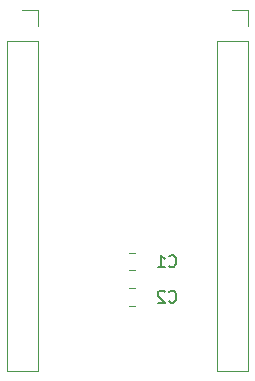
<source format=gbr>
%TF.GenerationSoftware,KiCad,Pcbnew,8.0.7*%
%TF.CreationDate,2025-02-16T23:20:21-06:00*%
%TF.ProjectId,MotorDriver,4d6f746f-7244-4726-9976-65722e6b6963,rev?*%
%TF.SameCoordinates,Original*%
%TF.FileFunction,Legend,Bot*%
%TF.FilePolarity,Positive*%
%FSLAX46Y46*%
G04 Gerber Fmt 4.6, Leading zero omitted, Abs format (unit mm)*
G04 Created by KiCad (PCBNEW 8.0.7) date 2025-02-16 23:20:21*
%MOMM*%
%LPD*%
G01*
G04 APERTURE LIST*
%ADD10C,0.150000*%
%ADD11C,0.120000*%
G04 APERTURE END LIST*
D10*
X137416666Y-95359580D02*
X137464285Y-95407200D01*
X137464285Y-95407200D02*
X137607142Y-95454819D01*
X137607142Y-95454819D02*
X137702380Y-95454819D01*
X137702380Y-95454819D02*
X137845237Y-95407200D01*
X137845237Y-95407200D02*
X137940475Y-95311961D01*
X137940475Y-95311961D02*
X137988094Y-95216723D01*
X137988094Y-95216723D02*
X138035713Y-95026247D01*
X138035713Y-95026247D02*
X138035713Y-94883390D01*
X138035713Y-94883390D02*
X137988094Y-94692914D01*
X137988094Y-94692914D02*
X137940475Y-94597676D01*
X137940475Y-94597676D02*
X137845237Y-94502438D01*
X137845237Y-94502438D02*
X137702380Y-94454819D01*
X137702380Y-94454819D02*
X137607142Y-94454819D01*
X137607142Y-94454819D02*
X137464285Y-94502438D01*
X137464285Y-94502438D02*
X137416666Y-94550057D01*
X136464285Y-95454819D02*
X137035713Y-95454819D01*
X136749999Y-95454819D02*
X136749999Y-94454819D01*
X136749999Y-94454819D02*
X136845237Y-94597676D01*
X136845237Y-94597676D02*
X136940475Y-94692914D01*
X136940475Y-94692914D02*
X137035713Y-94740533D01*
X137416666Y-98359580D02*
X137464285Y-98407200D01*
X137464285Y-98407200D02*
X137607142Y-98454819D01*
X137607142Y-98454819D02*
X137702380Y-98454819D01*
X137702380Y-98454819D02*
X137845237Y-98407200D01*
X137845237Y-98407200D02*
X137940475Y-98311961D01*
X137940475Y-98311961D02*
X137988094Y-98216723D01*
X137988094Y-98216723D02*
X138035713Y-98026247D01*
X138035713Y-98026247D02*
X138035713Y-97883390D01*
X138035713Y-97883390D02*
X137988094Y-97692914D01*
X137988094Y-97692914D02*
X137940475Y-97597676D01*
X137940475Y-97597676D02*
X137845237Y-97502438D01*
X137845237Y-97502438D02*
X137702380Y-97454819D01*
X137702380Y-97454819D02*
X137607142Y-97454819D01*
X137607142Y-97454819D02*
X137464285Y-97502438D01*
X137464285Y-97502438D02*
X137416666Y-97550057D01*
X137035713Y-97550057D02*
X136988094Y-97502438D01*
X136988094Y-97502438D02*
X136892856Y-97454819D01*
X136892856Y-97454819D02*
X136654761Y-97454819D01*
X136654761Y-97454819D02*
X136559523Y-97502438D01*
X136559523Y-97502438D02*
X136511904Y-97550057D01*
X136511904Y-97550057D02*
X136464285Y-97645295D01*
X136464285Y-97645295D02*
X136464285Y-97740533D01*
X136464285Y-97740533D02*
X136511904Y-97883390D01*
X136511904Y-97883390D02*
X137083332Y-98454819D01*
X137083332Y-98454819D02*
X136464285Y-98454819D01*
D11*
%TO.C,C1*%
X133988748Y-94265000D02*
X134511252Y-94265000D01*
X133988748Y-95735000D02*
X134511252Y-95735000D01*
%TO.C,J2*%
X123670000Y-76270000D02*
X126330000Y-76270000D01*
X123670000Y-104270000D02*
X123670000Y-76270000D01*
X123670000Y-104270000D02*
X126330000Y-104270000D01*
X125000000Y-73670000D02*
X126330000Y-73670000D01*
X126330000Y-73670000D02*
X126330000Y-75000000D01*
X126330000Y-104270000D02*
X126330000Y-76270000D01*
%TO.C,C2*%
X133988748Y-97265000D02*
X134511252Y-97265000D01*
X133988748Y-98735000D02*
X134511252Y-98735000D01*
%TO.C,J4*%
X141450000Y-76270000D02*
X144110000Y-76270000D01*
X141450000Y-104270000D02*
X141450000Y-76270000D01*
X141450000Y-104270000D02*
X144110000Y-104270000D01*
X142780000Y-73670000D02*
X144110000Y-73670000D01*
X144110000Y-73670000D02*
X144110000Y-75000000D01*
X144110000Y-104270000D02*
X144110000Y-76270000D01*
%TD*%
M02*

</source>
